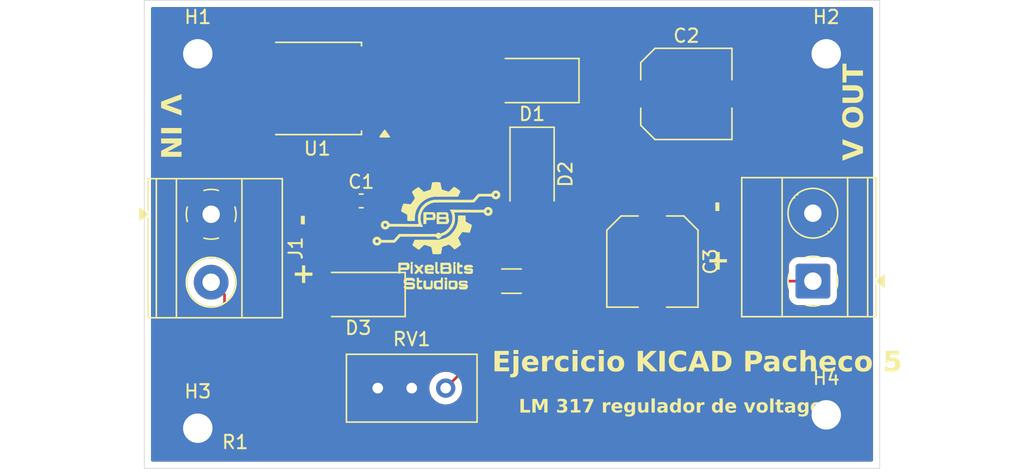
<source format=kicad_pcb>
(kicad_pcb (version 20241229) (generator "pcbnew") (generator_version "9.0")
  (layers (0 "F.Cu" signal) (2 "B.Cu" signal) (13 "F.Paste" user) (15 "B.Paste" user) (5 "F.SilkS" user "F.Silkscreen") (7 "B.SilkS" user "B.Silkscreen") (1 "F.Mask" user) (3 "B.Mask" user) (25 "Edge.Cuts" user))
  (net 0 "")
  (net 1 "Net-(D3-K)")
  (net 2 "GND")
  (net 3 "Net-(D1-A)")
  (net 4 "Net-(D2-A)")
  (net 5 "Net-(D1-K)")
  (footprint "TerminalBlock_Phoenix:TerminalBlock_Phoenix_MKDS-1,5-2-5.08_1x02_P5.08mm_Horizontal" (layer "F.Cu") (at 50 20 90)
    (property "Reference" "J2" (hide yes))
    (property "Value" "Screw_Terminal_01x02")
    (pad "1" thru_hole roundrect (at 0 0 90) (size 2.6 2.6) (drill 1.3) (layers "*.Cu" "*.Mask") (roundrect_rratio 0.096154) (net 3 "Net-(D1-A)"))
    (pad "2" thru_hole circle (at 5.08 0 90) (size 2.6 2.6) (drill 1.3) (layers "*.Cu" "*.Mask") (net 2 "GND"))
  )
  (footprint "MountingHole:MountingHole_2.2mm_M2_ISO7380_Pad" (layer "F.Cu") (at 4 31)
    (property "Reference" "H3" (at 0 -2.75 0) (layer "F.SilkS"))
    (property "Value" "MountingHole_2.2mm_M2_ISO7380_Pad")
    (pad "1" thru_hole circle (at 0 0) (size 3.5 3.5) (drill 2.2) (layers "*.Cu" "*.Mask") (net 2 "GND"))
  )
  (footprint "Capacitor_SMD:C_0603_1608Metric" (layer "F.Cu") (at 16.225 14)
    (property "Reference" "C1" (at 0 -1.43 0) (layer "F.SilkS"))
    (property "Value" "C")
    (pad "1" smd roundrect (at -0.775 0) (size 0.9 0.95) (layers "F.Cu" "F.Mask" "F.Paste") (net 5 "Net-(D1-K)"))
    (pad "2" smd roundrect (at 0.775 0) (size 0.9 0.95) (layers "F.Cu" "F.Mask" "F.Paste") (net 2 "GND"))
  )
  (footprint "MountingHole:MountingHole_2.2mm_M2_ISO7380_Pad" (layer "F.Cu") (at 51 3)
    (property "Reference" "H2" (at 0 -2.75 0) (layer "F.SilkS"))
    (property "Value" "MountingHole_2.2mm_M2_ISO7380_Pad")
    (pad "1" thru_hole circle (at 0 0) (size 3.5 3.5) (drill 2.2) (layers "*.Cu" "*.Mask") (net 2 "GND"))
  )
  (footprint "Capacitor_SMD:C_Elec_6.3x5.8" (layer "F.Cu") (at 38 18.5375 -90)
    (property "Reference" "C3" (at 0 -4.35 90) (layer "F.SilkS"))
    (property "Value" "C_Polarized")
    (pad "1" smd roundrect (at -2.5375 0 270) (size 3.325 1.6) (layers "F.Cu" "F.Mask" "F.Paste") (roundrect_rratio 0.15625) (net 3 "Net-(D1-A)"))
    (pad "2" smd roundrect (at 2.5375 0 270) (size 3.325 1.6) (layers "F.Cu" "F.Mask" "F.Paste") (roundrect_rratio 0.15625) (net 2 "GND"))
  )
  (footprint "Diode_SMD:D_SMA" (layer "F.Cu") (at 16 21 180)
    (property "Reference" "D3" (at 0 -2.5 0) (layer "F.SilkS"))
    (property "Value" "D")
    (pad "1" smd roundrect (at -2 0 180) (size 2.5 1.8) (layers "F.Cu" "F.Mask" "F.Paste") (roundrect_rratio 0.1388888889) (net 1 "Net-(D3-K)"))
    (pad "2" smd roundrect (at 2 0 180) (size 2.5 1.8) (layers "F.Cu" "F.Mask" "F.Paste") (roundrect_rratio 0.1388888889) (net 5 "Net-(D1-K)"))
  )
  (footprint "Image:PBSlogo10x10" (layer "F.Cu") (at 22 16)
    (property "Reference" "." (at 0 0 0) (layer "F.SilkS") (effects (font (size 1.5 1.5) (thickness 0.3))))
    (property "Value" "LOGO" (hide yes))
  )
  (footprint "MountingHole:MountingHole_2.2mm_M2_ISO7380_Pad" (layer "F.Cu") (at 51 30)
    (property "Reference" "H4" (at 0 -2.75 0) (layer "F.SilkS"))
    (property "Value" "MountingHole_2.2mm_M2_ISO7380_Pad")
    (pad "1" thru_hole circle (at 0 0) (size 3.5 3.5) (drill 2.2) (layers "*.Cu" "*.Mask") (net 2 "GND"))
  )
  (footprint "Package_TO_SOT_SMD:TO-252-2" (layer "F.Cu") (at 12.935 5.59 180)
    (property "Reference" "U1" (at 0 -4.5 0) (layer "F.SilkS"))
    (property "Value" "LM317_TO-252")
    (pad "1" smd roundrect (at -5.04 -2.28 180) (size 2.2 1.2) (layers "F.Cu" "F.Mask" "F.Paste") (roundrect_rratio 0.208333) (net 4 "Net-(D2-A)"))
    (pad "2" smd roundrect (at -0.415 -1.525 180) (size 3.05 2.75) (layers "F.Cu" "F.Paste") (roundrect_rratio 0.090909) (net 3 "Net-(D1-A)"))
    (pad "2" smd roundrect (at -0.415 1.525 180) (size 3.05 2.75) (layers "F.Cu" "F.Paste") (roundrect_rratio 0.090909) (net 3 "Net-(D1-A)"))
    (pad "2" smd roundrect (at 1.26 0 180) (size 6.4 5.8) (layers "F.Cu" "F.Mask") (roundrect_rratio 0.043103) (net 3 "Net-(D1-A)"))
    (pad "2" smd roundrect (at 2.935 -1.525 180) (size 3.05 2.75) (layers "F.Cu" "F.Paste") (roundrect_rratio 0.090909) (net 3 "Net-(D1-A)"))
    (pad "2" smd roundrect (at 2.935 1.525 180) (size 3.05 2.75) (layers "F.Cu" "F.Paste") (roundrect_rratio 0.090909) (net 3 "Net-(D1-A)"))
    (pad "3" smd roundrect (at -5.04 2.28 180) (size 2.2 1.2) (layers "F.Cu" "F.Mask" "F.Paste") (roundrect_rratio 0.208333) (net 5 "Net-(D1-K)"))
  )
  (footprint "Diode_SMD:D_SMA" (layer "F.Cu") (at 29 5 180)
    (property "Reference" "D1" (at 0 -2.5 0) (layer "F.SilkS"))
    (property "Value" "D")
    (pad "1" smd roundrect (at -2 0 180) (size 2.5 1.8) (layers "F.Cu" "F.Mask" "F.Paste") (roundrect_rratio 0.1388888889) (net 5 "Net-(D1-K)"))
    (pad "2" smd roundrect (at 2 0 180) (size 2.5 1.8) (layers "F.Cu" "F.Mask" "F.Paste") (roundrect_rratio 0.1388888889) (net 3 "Net-(D1-A)"))
  )
  (footprint "TerminalBlock_Phoenix:TerminalBlock_Phoenix_MKDS-1,5-2-5.08_1x02_P5.08mm_Horizontal" (layer "F.Cu") (at 5 15 -90)
    (property "Reference" "J1" (at 2.54 -6.32 90) (layer "F.SilkS"))
    (property "Value" "Screw_Terminal_01x02")
    (pad "1" thru_hole roundrect (at 0 0 270) (size 2.6 2.6) (drill 1.3) (layers "*.Cu" "*.Mask") (roundrect_rratio 0.096154) (net 2 "GND"))
    (pad "2" thru_hole circle (at 5.08 0 270) (size 2.6 2.6) (drill 1.3) (layers "*.Cu" "*.Mask") (net 1 "Net-(D3-K)"))
  )
  (footprint "MountingHole:MountingHole_2.2mm_M2_ISO7380_Pad" (layer "F.Cu") (at 4 3)
    (property "Reference" "H1" (at 0 -2.75 0) (layer "F.SilkS"))
    (property "Value" "MountingHole_2.2mm_M2_ISO7380_Pad")
    (pad "1" thru_hole circle (at 0 0) (size 3.5 3.5) (drill 2.2) (layers "*.Cu" "*.Mask") (net 2 "GND"))
  )
  (footprint "Resistor_SMD:R_1206_3216Metric" (layer "F.Cu") (at 27.4625 20 180)
    (property "Reference" "R1" (at 20.67 -12.04 0) (layer "F.SilkS"))
    (property "Value" "R_US")
    (pad "1" smd roundrect (at -1.4625 0 180) (size 1.125 1.75) (layers "F.Cu" "F.Mask" "F.Paste") (roundrect_rratio 0.222222) (net 3 "Net-(D1-A)"))
    (pad "2" smd roundrect (at 1.4625 0 180) (size 1.125 1.75) (layers "F.Cu" "F.Mask" "F.Paste") (roundrect_rratio 0.222222) (net 4 "Net-(D2-A)"))
  )
  (footprint "Potentiometer_THT:Potentiometer_Bourns_3296W_Vertical" (layer "F.Cu") (at 22.54 28)
    (property "Reference" "RV1" (at -2.54 -3.66 0) (layer "F.SilkS"))
    (property "Value" "R_Potentiometer_Trim_US")
    (pad "1" thru_hole circle (at 0 0) (size 1.44 1.44) (drill 0.8) (layers "*.Cu" "*.Mask") (net 4 "Net-(D2-A)"))
    (pad "2" thru_hole circle (at -2.54 0) (size 1.44 1.44) (drill 0.8) (layers "*.Cu" "*.Mask") (net 2 "GND"))
    (pad "3" thru_hole circle (at -5.08 0) (size 1.44 1.44) (drill 0.8) (layers "*.Cu" "*.Mask") (net 2 "GND"))
  )
  (footprint "Capacitor_SMD:C_Elec_6.3x5.8" (layer "F.Cu") (at 40.5375 6)
    (property "Reference" "C2" (at 0 -4.35 0) (layer "F.SilkS"))
    (property "Value" "C_Polarized")
    (pad "1" smd roundrect (at -2.5375 0) (size 3.325 1.6) (layers "F.Cu" "F.Mask" "F.Paste") (roundrect_rratio 0.15625) (net 4 "Net-(D2-A)"))
    (pad "2" smd roundrect (at 2.5375 0) (size 3.325 1.6) (layers "F.Cu" "F.Mask" "F.Paste") (roundrect_rratio 0.15625) (net 2 "GND"))
  )
  (footprint "Diode_SMD:D_SMA" (layer "F.Cu") (at 29 12 -90)
    (property "Reference" "D2" (at 0 -2.5 90) (layer "F.SilkS"))
    (property "Value" "D")
    (pad "1" smd roundrect (at -2 0 270) (size 2.5 1.8) (layers "F.Cu" "F.Mask" "F.Paste") (roundrect_rratio 0.1388888889) (net 3 "Net-(D1-A)"))
    (pad "2" smd roundrect (at 2 0 270) (size 2.5 1.8) (layers "F.Cu" "F.Mask" "F.Paste") (roundrect_rratio 0.1388888889) (net 4 "Net-(D2-A)"))
  )
  (gr_line (start 18 8) (end 29 14) (stroke (width 0.2)) (layer "F.Cu") (net 4))
  (gr_line (start 29 14) (end 26 20) (stroke (width 0.2)) (layer "F.Cu") (net 4))
  (gr_line (start 14 20) (end 14 12) (stroke (width 0.2)) (layer "F.Cu") (net 5))
  (gr_line (start 8 2) (end 15 2) (stroke (width 0.2)) (layer "F.Cu") (net 5))
  (gr_line (start 27 6) (end 29 9) (stroke (width 0.2)) (layer "F.Cu") (net 3))
  (gr_line (start 37 6) (end 29 14) (stroke (width 0.2)) (layer "F.Cu") (net 4))
  (gr_line (start 29 14) (end 29 19) (stroke (width 0.2)) (layer "F.Cu") (net 4))
  (gr_line (start 17 22) (end 17 24) (stroke (width 0.2)) (layer "F.Cu") (net 1))
  (gr_line (start 15 14) (end 14 14) (stroke (width 0.2)) (layer "F.Cu") (net 5))
  (gr_line (start 14 21) (end 14 20.5) (stroke (width 0.2)) (layer "F.Cu") (net 5))
  (gr_line (start 14 12) (end 6 10) (stroke (width 0.2)) (layer "F.Cu") (net 5))
  (gr_line (start 15 2) (end 18 3) (stroke (width 0.2)) (layer "F.Cu") (net 5))
  (gr_line (start 6 24) (end 6 21) (stroke (width 0.2)) (layer "F.Cu") (net 1))
  (gr_line (start 14 20) (end 14 21) (stroke (width 0.2)) (layer "F.Cu") (net 5))
  (gr_line (start 17 24) (end 6 24) (stroke (width 0.2)) (layer "F.Cu") (net 1))
  (gr_line (start 6 10) (end 8 2) (stroke (width 0.2)) (layer "F.Cu") (net 5))
  (gr_line (start 38 16) (end 29 20) (stroke (width 0.2)) (layer "F.Cu") (net 3))
  (gr_line (start 55 -1) (end 55 34) (stroke (width 0.05)) (layer "Edge.Cuts"))
  (gr_line (start 0 -1) (end 55 -1) (stroke (width 0.05)) (layer "Edge.Cuts"))
  (gr_line (start 0 34) (end 0 -1) (stroke (width 0.05)) (layer "Edge.Cuts"))
  (gr_line (start 55 34) (end 0 34) (stroke (width 0.05)) (layer "Edge.Cuts"))
  (gr_text "LM 317 regulador de voltage" (at 28 30 0) (layer "F.SilkS") (effects (font (size 1 1) (thickness 0.125) (bold yes)) (justify left bottom)))
  (gr_text "-	+" (at 42 14 270) (layer "F.SilkS") (effects (font (size 1.5 1.5) (thickness 0.3) (bold yes)) (justify left bottom)))
  (gr_text "-	+" (at 11 15 270) (layer "F.SilkS") (effects (font (size 1.5 1.5) (thickness 0.3) (bold yes)) (justify left bottom)))
  (gr_text "V OUT" (at 54 11 90) (layer "F.SilkS") (effects (font (size 1.5 1.5) (thickness 0.3) (bold yes)) (justify left bottom)))
  (gr_text "Ejercicio KICAD Pacheco 5" (at 26 27 0) (layer "F.SilkS") (effects (font (size 1.5 1.5) (thickness 0.3) (bold yes)) (justify left bottom)))
  (gr_text "V IN" (at 1 6 270) (layer "F.SilkS") (effects (font (size 1.5 1.5) (thickness 0.3) (bold yes)) (justify left bottom)))
  (segment (start 18 22) (end 18 21) (width 0.2) (layer "F.Cu") (net 1))
  (segment (start 18 27.46) (end 17.46 28) (width 0.2) (layer "F.Cu") (net 2))
  (segment (start 17 18) (end 18 19) (width 0.2) (layer "F.Cu") (net 2))
  (segment (start 18 19) (end 18 27.46) (width 0.2) (layer "F.Cu") (net 2))
  (segment (start 17.46 28) (end 20 28) (width 0.2) (layer "F.Cu") (net 2))
  (segment (start 17 14) (end 17 18) (width 0.2) (layer "F.Cu") (net 2))
  (segment (start 38 21.075) (end 38 23) (width 0.2) (layer "F.Cu") (net 2))
  (segment (start 50 12.925) (end 50 14.92) (width 0.2) (layer "F.Cu") (net 2))
  (segment (start 27 5) (end 14.285 5) (width 0.2) (layer "F.Cu") (net 3))
  (segment (start 42 20) (end 38 16) (width 0.2) (layer "F.Cu") (net 3))
  (segment (start 14.285 5) (end 13.35 4.065) (width 0.2) (layer "F.Cu") (net 3))
  (segment (start 50 20) (end 42 20) (width 0.2) (layer "F.Cu") (net 3))
  (segment (start 27 19) (end 26 20) (width 0.2) (layer "F.Cu") (net 4))
  (segment (start 26 20) (end 26 24.54) (width 0.2) (layer "F.Cu") (net 4))
  (segment (start 26 24.54) (end 22.54 28) (width 0.2) (layer "F.Cu") (net 4))
  (segment (start 17.975 3.31) (end 21.69 3.31) (width 0.2) (layer "F.Cu") (net 5))
  (segment (start 31 4) (end 31 5) (width 0.2) (layer "F.Cu") (net 5))
  (segment (start 21.69 3.31) (end 23 2) (width 0.2) (layer "F.Cu") (net 5))
  (segment (start 23 2) (end 29 2) (width 0.2) (layer "F.Cu") (net 5))
  (segment (start 29 2) (end 31 4) (width 0.2) (layer "F.Cu") (net 5))
  (zone (net 2) (net_name "GND") (layers "F.Cu" "B.Cu") (connect_pads yes (clearance 0.5)) (min_thickness 0.25) (fill yes (thermal_gap 0.5) (thermal_bridge_width 0.5) (island_removal_mode 1) (island_area_min 10))
    (polygon (pts (xy 0 -1) (xy 0 34) (xy 55 34) (xy 55 -1)))
  )
)
</source>
